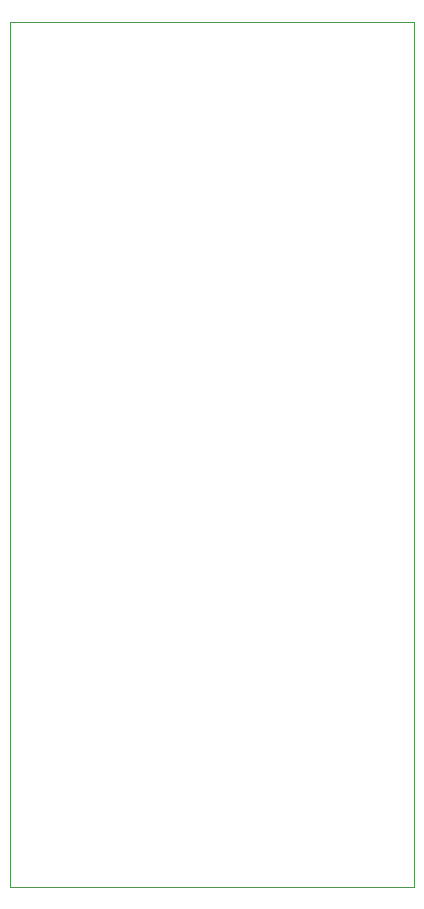
<source format=gbr>
%TF.GenerationSoftware,KiCad,Pcbnew,5.1.9-73d0e3b20d~88~ubuntu20.04.1*%
%TF.CreationDate,2021-03-13T18:10:52+01:00*%
%TF.ProjectId,schematic,73636865-6d61-4746-9963-2e6b69636164,rev?*%
%TF.SameCoordinates,PX6486dd0PY755cad8*%
%TF.FileFunction,Profile,NP*%
%FSLAX46Y46*%
G04 Gerber Fmt 4.6, Leading zero omitted, Abs format (unit mm)*
G04 Created by KiCad (PCBNEW 5.1.9-73d0e3b20d~88~ubuntu20.04.1) date 2021-03-13 18:10:52*
%MOMM*%
%LPD*%
G01*
G04 APERTURE LIST*
%TA.AperFunction,Profile*%
%ADD10C,0.050000*%
%TD*%
G04 APERTURE END LIST*
D10*
X0Y0D02*
X127000Y0D01*
X0Y73279000D02*
X0Y0D01*
X34163000Y73279000D02*
X0Y73279000D01*
X34163000Y0D02*
X34163000Y73279000D01*
X127000Y0D02*
X34163000Y0D01*
M02*

</source>
